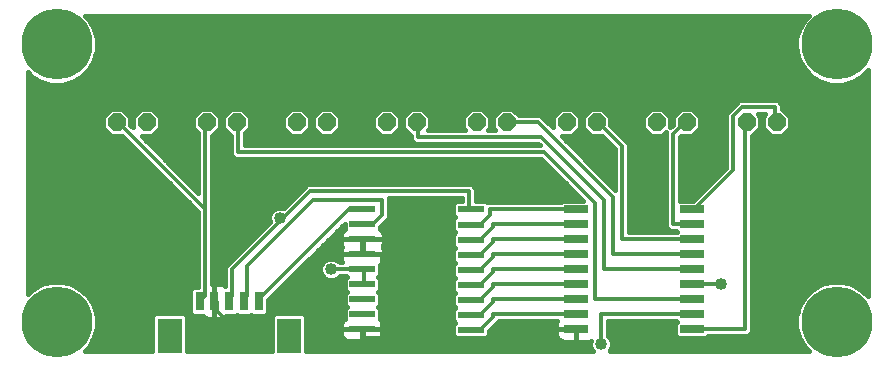
<source format=gtl>
G75*
%MOIN*%
%OFA0B0*%
%FSLAX24Y24*%
%IPPOS*%
%LPD*%
%AMOC8*
5,1,8,0,0,1.08239X$1,22.5*
%
%ADD10R,0.0800X0.0260*%
%ADD11OC8,0.0594*%
%ADD12R,0.0866X0.0236*%
%ADD13R,0.0315X0.0630*%
%ADD14R,0.0827X0.1181*%
%ADD15C,0.0160*%
%ADD16C,0.0140*%
%ADD17C,0.0400*%
%ADD18C,0.2362*%
D10*
X018750Y001180D03*
X018750Y001680D03*
X018750Y002180D03*
X018750Y002680D03*
X018750Y003180D03*
X018750Y003680D03*
X018750Y004180D03*
X018750Y004680D03*
X018750Y005180D03*
X022610Y005180D03*
X022610Y004680D03*
X022610Y004180D03*
X022610Y003680D03*
X022610Y003180D03*
X022610Y002680D03*
X022610Y002180D03*
X022610Y001680D03*
X022610Y001180D03*
D11*
X022430Y008080D03*
X021430Y008080D03*
X019430Y008080D03*
X018430Y008080D03*
X016430Y008080D03*
X015430Y008080D03*
X013430Y008080D03*
X012430Y008080D03*
X010430Y008080D03*
X009430Y008080D03*
X007430Y008080D03*
X006430Y008080D03*
X004430Y008080D03*
X003430Y008080D03*
X024430Y008080D03*
X025430Y008080D03*
D12*
X015241Y005180D03*
X015241Y004668D03*
X015241Y004156D03*
X015241Y003656D03*
X015241Y003156D03*
X015241Y002656D03*
X015241Y002156D03*
X015241Y001656D03*
X015241Y001156D03*
X011619Y001180D03*
X011619Y001680D03*
X011619Y002180D03*
X011619Y002680D03*
X011619Y003180D03*
X011619Y003680D03*
X011619Y004180D03*
X011619Y004680D03*
X011619Y005180D03*
D13*
X008164Y002113D03*
X007672Y002113D03*
X007180Y002113D03*
X006688Y002113D03*
X006196Y002113D03*
D14*
X005192Y000971D03*
X009168Y000971D03*
D15*
X002503Y000607D02*
X002357Y000460D01*
X004618Y000460D01*
X004618Y001628D01*
X004712Y001722D01*
X005671Y001722D01*
X005765Y001628D01*
X005765Y000460D01*
X008595Y000460D01*
X008595Y001628D01*
X008689Y001722D01*
X009648Y001722D01*
X009742Y001628D01*
X009742Y000460D01*
X019291Y000460D01*
X019275Y000476D01*
X019220Y000608D01*
X019220Y000752D01*
X019232Y000781D01*
X019232Y000781D01*
X019178Y000770D01*
X018750Y000770D01*
X018750Y001180D01*
X018750Y001180D01*
X018750Y001180D01*
X018070Y001180D01*
X018070Y001338D01*
X018081Y001392D01*
X018102Y001443D01*
X018107Y001450D01*
X016175Y001450D01*
X015834Y001109D01*
X015834Y000972D01*
X015740Y000878D01*
X014742Y000878D01*
X014648Y000972D01*
X014648Y001341D01*
X014714Y001406D01*
X014648Y001472D01*
X014648Y001841D01*
X014714Y001906D01*
X014648Y001972D01*
X014648Y002341D01*
X014714Y002406D01*
X014648Y002472D01*
X014648Y002841D01*
X014714Y002906D01*
X014648Y002972D01*
X014648Y003341D01*
X014714Y003406D01*
X014648Y003472D01*
X014648Y003841D01*
X014714Y003906D01*
X014648Y003972D01*
X014648Y004341D01*
X014719Y004412D01*
X014648Y004484D01*
X014648Y004853D01*
X014719Y004924D01*
X014648Y004996D01*
X014648Y005364D01*
X014742Y005458D01*
X014950Y005458D01*
X014950Y005550D01*
X012510Y005550D01*
X012510Y004885D01*
X012212Y004587D01*
X012212Y004528D01*
X012231Y004516D01*
X012270Y004477D01*
X012300Y004431D01*
X012321Y004380D01*
X012332Y004326D01*
X012332Y004180D01*
X011619Y004180D01*
X011619Y004180D01*
X012332Y004180D01*
X012332Y004034D01*
X012321Y003980D01*
X012300Y003930D01*
X012321Y003880D01*
X012332Y003826D01*
X012332Y003680D01*
X011619Y003680D01*
X011619Y003680D01*
X012332Y003680D01*
X012332Y003534D01*
X012321Y003480D01*
X012300Y003429D01*
X012270Y003383D01*
X012231Y003344D01*
X012212Y003332D01*
X012212Y002996D01*
X012146Y002930D01*
X012212Y002864D01*
X012212Y002496D01*
X012146Y002430D01*
X012212Y002364D01*
X012212Y001996D01*
X012146Y001930D01*
X012212Y001864D01*
X012212Y001528D01*
X012231Y001516D01*
X012270Y001477D01*
X012300Y001431D01*
X012321Y001380D01*
X012332Y001326D01*
X012332Y001180D01*
X011619Y001180D01*
X011619Y001180D01*
X012332Y001180D01*
X012332Y001034D01*
X012321Y000980D01*
X012300Y000929D01*
X012270Y000883D01*
X012231Y000844D01*
X012185Y000814D01*
X018199Y000814D01*
X018217Y000802D02*
X018268Y000781D01*
X018322Y000770D01*
X018750Y000770D01*
X018750Y001180D01*
X018070Y001180D01*
X018070Y001022D01*
X018081Y000968D01*
X018102Y000917D01*
X018133Y000872D01*
X018172Y000833D01*
X018217Y000802D01*
X018750Y000814D02*
X018750Y000814D01*
X018750Y000973D02*
X018750Y000973D01*
X018750Y001131D02*
X018750Y001131D01*
X018070Y001131D02*
X015856Y001131D01*
X015834Y000973D02*
X018080Y000973D01*
X018070Y001290D02*
X016015Y001290D01*
X016173Y001448D02*
X018105Y001448D01*
X019220Y000656D02*
X009742Y000656D01*
X009742Y000814D02*
X011053Y000814D01*
X011104Y000793D01*
X011158Y000782D01*
X011619Y000782D01*
X012080Y000782D01*
X012134Y000793D01*
X012185Y000814D01*
X012318Y000973D02*
X014648Y000973D01*
X014648Y001131D02*
X012332Y001131D01*
X012332Y001290D02*
X014648Y001290D01*
X014672Y001448D02*
X012289Y001448D01*
X012212Y001607D02*
X014648Y001607D01*
X014648Y001765D02*
X012212Y001765D01*
X012153Y001924D02*
X014696Y001924D01*
X014648Y002082D02*
X012212Y002082D01*
X012212Y002241D02*
X014648Y002241D01*
X014706Y002399D02*
X012177Y002399D01*
X012212Y002558D02*
X014648Y002558D01*
X014648Y002716D02*
X012212Y002716D01*
X012202Y002875D02*
X014682Y002875D01*
X014648Y003033D02*
X012212Y003033D01*
X012212Y003192D02*
X014648Y003192D01*
X014657Y003350D02*
X012236Y003350D01*
X012327Y003509D02*
X014648Y003509D01*
X014648Y003667D02*
X012332Y003667D01*
X012332Y003826D02*
X014648Y003826D01*
X014648Y003984D02*
X012322Y003984D01*
X012332Y004143D02*
X014648Y004143D01*
X014648Y004301D02*
X012332Y004301D01*
X012281Y004460D02*
X014672Y004460D01*
X014648Y004618D02*
X012243Y004618D01*
X012402Y004777D02*
X014648Y004777D01*
X014709Y004935D02*
X012510Y004935D01*
X012510Y005094D02*
X014648Y005094D01*
X014648Y005252D02*
X012510Y005252D01*
X012510Y005411D02*
X014694Y005411D01*
X015410Y005458D02*
X015410Y005875D01*
X015275Y006010D01*
X009785Y006010D01*
X009650Y005875D01*
X008996Y005222D01*
X008952Y005240D01*
X008808Y005240D01*
X008676Y005185D01*
X008575Y005084D01*
X008520Y004952D01*
X008520Y004808D01*
X008538Y004764D01*
X007050Y003275D01*
X007050Y002619D01*
X007024Y002646D01*
X006978Y002676D01*
X006927Y002697D01*
X006873Y002708D01*
X006688Y002708D01*
X006688Y002113D01*
X006688Y001518D01*
X006873Y001518D01*
X006927Y001529D01*
X006978Y001550D01*
X007024Y001581D01*
X007063Y001620D01*
X007075Y001638D01*
X007404Y001638D01*
X007426Y001660D01*
X007448Y001638D01*
X007896Y001638D01*
X007918Y001660D01*
X007940Y001638D01*
X008388Y001638D01*
X008482Y001732D01*
X008482Y002156D01*
X011026Y004701D01*
X011026Y004528D01*
X011007Y004516D01*
X010968Y004477D01*
X010938Y004431D01*
X010917Y004380D01*
X010906Y004326D01*
X010906Y004180D01*
X010906Y004034D01*
X010917Y003980D01*
X010937Y003930D01*
X010917Y003880D01*
X010906Y003826D01*
X010906Y003680D01*
X010906Y003534D01*
X010917Y003480D01*
X010938Y003429D01*
X010951Y003410D01*
X010859Y003410D01*
X010784Y003485D01*
X010652Y003540D01*
X010508Y003540D01*
X010376Y003485D01*
X010275Y003384D01*
X010220Y003252D01*
X010220Y003108D01*
X010275Y002976D01*
X010376Y002875D01*
X010508Y002820D01*
X010652Y002820D01*
X010784Y002875D01*
X010859Y002950D01*
X011072Y002950D01*
X011092Y002930D01*
X011026Y002864D01*
X011026Y002496D01*
X011092Y002430D01*
X011026Y002364D01*
X011026Y001996D01*
X011092Y001930D01*
X011026Y001864D01*
X011026Y001528D01*
X011007Y001516D01*
X010968Y001477D01*
X010938Y001431D01*
X010917Y001380D01*
X010906Y001326D01*
X010906Y001180D01*
X010906Y001034D01*
X010917Y000980D01*
X010938Y000929D01*
X010968Y000883D01*
X011007Y000844D01*
X011053Y000814D01*
X010920Y000973D02*
X009742Y000973D01*
X009742Y001131D02*
X010906Y001131D01*
X010906Y001180D02*
X011619Y001180D01*
X011619Y000782D01*
X011619Y001180D01*
X011619Y001180D01*
X011619Y001180D01*
X010906Y001180D01*
X010906Y001290D02*
X009742Y001290D01*
X009742Y001448D02*
X010949Y001448D01*
X011026Y001607D02*
X009742Y001607D01*
X008595Y001607D02*
X007050Y001607D01*
X006688Y001607D02*
X006688Y001607D01*
X006688Y001518D02*
X006503Y001518D01*
X006449Y001529D01*
X006398Y001550D01*
X006352Y001581D01*
X006313Y001620D01*
X006301Y001638D01*
X005972Y001638D01*
X005878Y001732D01*
X005878Y002494D01*
X005972Y002588D01*
X006150Y002588D01*
X006150Y005085D01*
X003612Y007623D01*
X003241Y007623D01*
X002973Y007891D01*
X002973Y008269D01*
X003241Y008537D01*
X003619Y008537D01*
X003887Y008269D01*
X003887Y007998D01*
X003973Y007912D01*
X003973Y008269D01*
X004241Y008537D01*
X004619Y008537D01*
X004887Y008269D01*
X004887Y007891D01*
X004619Y007623D01*
X004262Y007623D01*
X006150Y005735D01*
X006150Y007714D01*
X005973Y007891D01*
X005973Y008269D01*
X006241Y008537D01*
X006619Y008537D01*
X006887Y008269D01*
X006887Y007891D01*
X006619Y007623D01*
X006610Y007623D01*
X006610Y002708D01*
X006688Y002708D01*
X006688Y002113D01*
X006688Y002113D01*
X006688Y001518D01*
X006688Y001765D02*
X006688Y001765D01*
X006688Y001924D02*
X006688Y001924D01*
X006688Y002082D02*
X006688Y002082D01*
X006688Y002113D02*
X006688Y002113D01*
X006688Y002241D02*
X006688Y002241D01*
X006688Y002399D02*
X006688Y002399D01*
X006688Y002558D02*
X006688Y002558D01*
X006610Y002716D02*
X007050Y002716D01*
X007050Y002875D02*
X006610Y002875D01*
X006150Y002875D02*
X000460Y002875D01*
X000460Y002716D02*
X001048Y002716D01*
X000912Y002680D02*
X000607Y002503D01*
X000460Y002357D01*
X000460Y009753D01*
X000607Y009607D01*
X000912Y009430D01*
X001253Y009339D01*
X001607Y009339D01*
X001948Y009430D01*
X002253Y009607D01*
X002503Y009857D01*
X002680Y010162D01*
X002771Y010503D01*
X002771Y010857D01*
X002680Y011198D01*
X002503Y011503D01*
X002370Y011636D01*
X026490Y011636D01*
X026357Y011503D01*
X026180Y011198D01*
X026089Y010857D01*
X026089Y010503D01*
X026180Y010162D01*
X026357Y009857D01*
X026607Y009607D01*
X026912Y009430D01*
X027253Y009339D01*
X027607Y009339D01*
X027948Y009430D01*
X028253Y009607D01*
X028461Y009814D01*
X028461Y002296D01*
X028253Y002503D01*
X027948Y002680D01*
X027607Y002771D01*
X027253Y002771D01*
X026912Y002680D01*
X026607Y002503D01*
X026357Y002253D01*
X026180Y001948D01*
X026089Y001607D01*
X026089Y001253D01*
X026180Y000912D01*
X026357Y000607D01*
X026503Y000460D01*
X019869Y000460D01*
X019885Y000476D01*
X019940Y000608D01*
X019940Y000752D01*
X019885Y000884D01*
X019810Y000959D01*
X019810Y001450D01*
X022084Y001450D01*
X022104Y001430D01*
X022050Y001376D01*
X022050Y000984D01*
X022144Y000890D01*
X023076Y000890D01*
X023136Y000950D01*
X024475Y000950D01*
X024610Y001085D01*
X024610Y007623D01*
X024619Y007623D01*
X024887Y007891D01*
X024887Y008269D01*
X024806Y008350D01*
X025054Y008350D01*
X024973Y008269D01*
X024973Y007891D01*
X025241Y007623D01*
X025619Y007623D01*
X025887Y007891D01*
X025887Y008269D01*
X025619Y008537D01*
X025610Y008537D01*
X025610Y008675D01*
X025475Y008810D01*
X024185Y008810D01*
X024050Y008675D01*
X023750Y008375D01*
X023750Y006575D01*
X022645Y005470D01*
X022210Y005470D01*
X022210Y007585D01*
X022248Y007623D01*
X022619Y007623D01*
X022887Y007891D01*
X022887Y008269D01*
X022619Y008537D01*
X022241Y008537D01*
X021973Y008269D01*
X021973Y007998D01*
X021887Y007912D01*
X021887Y008269D01*
X021619Y008537D01*
X021241Y008537D01*
X020973Y008269D01*
X020973Y007891D01*
X021241Y007623D01*
X021619Y007623D01*
X021750Y007754D01*
X021750Y004585D01*
X021885Y004450D01*
X022084Y004450D01*
X022104Y004430D01*
X022084Y004410D01*
X020510Y004410D01*
X020510Y007375D01*
X019887Y007998D01*
X019887Y008269D01*
X019619Y008537D01*
X019241Y008537D01*
X018973Y008269D01*
X018973Y007891D01*
X019241Y007623D01*
X019612Y007623D01*
X020050Y007185D01*
X020050Y005835D01*
X018262Y007623D01*
X018619Y007623D01*
X018887Y007891D01*
X018887Y008269D01*
X018619Y008537D01*
X018241Y008537D01*
X017973Y008269D01*
X017973Y007912D01*
X017710Y008175D01*
X017575Y008310D01*
X016846Y008310D01*
X016619Y008537D01*
X016241Y008537D01*
X015973Y008269D01*
X015973Y007891D01*
X016054Y007810D01*
X015806Y007810D01*
X015887Y007891D01*
X015887Y008269D01*
X015619Y008537D01*
X015241Y008537D01*
X014973Y008269D01*
X014973Y007891D01*
X015054Y007810D01*
X013806Y007810D01*
X013887Y007891D01*
X013887Y008269D01*
X013619Y008537D01*
X013241Y008537D01*
X012973Y008269D01*
X012973Y007891D01*
X013241Y007623D01*
X013250Y007623D01*
X013250Y007485D01*
X013385Y007350D01*
X017485Y007350D01*
X017525Y007310D01*
X007710Y007310D01*
X007710Y007714D01*
X007887Y007891D01*
X007887Y008269D01*
X007619Y008537D01*
X007241Y008537D01*
X006973Y008269D01*
X006973Y007891D01*
X007241Y007623D01*
X007250Y007623D01*
X007250Y006985D01*
X007385Y006850D01*
X017585Y006850D01*
X018965Y005470D01*
X018284Y005470D01*
X018224Y005410D01*
X015788Y005410D01*
X015740Y005458D01*
X015410Y005458D01*
X015410Y005569D02*
X018866Y005569D01*
X018707Y005728D02*
X015410Y005728D01*
X015399Y005886D02*
X018549Y005886D01*
X018390Y006045D02*
X006610Y006045D01*
X006610Y005886D02*
X009661Y005886D01*
X009502Y005728D02*
X006610Y005728D01*
X006150Y005886D02*
X005999Y005886D01*
X006150Y006045D02*
X005841Y006045D01*
X005682Y006203D02*
X006150Y006203D01*
X006150Y006362D02*
X005524Y006362D01*
X005365Y006520D02*
X006150Y006520D01*
X006610Y006520D02*
X017915Y006520D01*
X018073Y006362D02*
X006610Y006362D01*
X006610Y006203D02*
X018232Y006203D01*
X017756Y006679D02*
X006610Y006679D01*
X006610Y006837D02*
X017598Y006837D01*
X017522Y007313D02*
X007710Y007313D01*
X007710Y007471D02*
X013264Y007471D01*
X013234Y007630D02*
X012626Y007630D01*
X012619Y007623D02*
X012887Y007891D01*
X012887Y008269D01*
X012619Y008537D01*
X012241Y008537D01*
X011973Y008269D01*
X011973Y007891D01*
X012241Y007623D01*
X012619Y007623D01*
X012234Y007630D02*
X010626Y007630D01*
X010619Y007623D02*
X010887Y007891D01*
X010887Y008269D01*
X010619Y008537D01*
X010241Y008537D01*
X009973Y008269D01*
X009973Y007891D01*
X010241Y007623D01*
X010619Y007623D01*
X010234Y007630D02*
X009626Y007630D01*
X009619Y007623D02*
X009887Y007891D01*
X009887Y008269D01*
X009619Y008537D01*
X009241Y008537D01*
X008973Y008269D01*
X008973Y007891D01*
X009241Y007623D01*
X009619Y007623D01*
X009784Y007788D02*
X010076Y007788D01*
X009973Y007947D02*
X009887Y007947D01*
X009887Y008105D02*
X009973Y008105D01*
X009973Y008264D02*
X009887Y008264D01*
X009734Y008422D02*
X010126Y008422D01*
X010734Y008422D02*
X012126Y008422D01*
X011973Y008264D02*
X010887Y008264D01*
X010887Y008105D02*
X011973Y008105D01*
X011973Y007947D02*
X010887Y007947D01*
X010784Y007788D02*
X012076Y007788D01*
X012784Y007788D02*
X013076Y007788D01*
X012973Y007947D02*
X012887Y007947D01*
X012887Y008105D02*
X012973Y008105D01*
X012973Y008264D02*
X012887Y008264D01*
X012734Y008422D02*
X013126Y008422D01*
X013734Y008422D02*
X015126Y008422D01*
X014973Y008264D02*
X013887Y008264D01*
X013887Y008105D02*
X014973Y008105D01*
X014973Y007947D02*
X013887Y007947D01*
X015734Y008422D02*
X016126Y008422D01*
X015973Y008264D02*
X015887Y008264D01*
X015887Y008105D02*
X015973Y008105D01*
X015973Y007947D02*
X015887Y007947D01*
X016734Y008422D02*
X018126Y008422D01*
X017973Y008264D02*
X017622Y008264D01*
X017780Y008105D02*
X017973Y008105D01*
X017973Y007947D02*
X017939Y007947D01*
X018626Y007630D02*
X019234Y007630D01*
X019076Y007788D02*
X018784Y007788D01*
X018887Y007947D02*
X018973Y007947D01*
X018973Y008105D02*
X018887Y008105D01*
X018887Y008264D02*
X018973Y008264D01*
X019126Y008422D02*
X018734Y008422D01*
X019734Y008422D02*
X021126Y008422D01*
X020973Y008264D02*
X019887Y008264D01*
X019887Y008105D02*
X020973Y008105D01*
X020973Y007947D02*
X019939Y007947D01*
X020097Y007788D02*
X021076Y007788D01*
X021234Y007630D02*
X020256Y007630D01*
X020414Y007471D02*
X021750Y007471D01*
X021750Y007313D02*
X020510Y007313D01*
X020510Y007154D02*
X021750Y007154D01*
X021750Y006996D02*
X020510Y006996D01*
X020510Y006837D02*
X021750Y006837D01*
X021750Y006679D02*
X020510Y006679D01*
X020510Y006520D02*
X021750Y006520D01*
X021750Y006362D02*
X020510Y006362D01*
X020510Y006203D02*
X021750Y006203D01*
X022210Y006203D02*
X023378Y006203D01*
X023536Y006362D02*
X022210Y006362D01*
X022210Y006520D02*
X023695Y006520D01*
X023750Y006679D02*
X022210Y006679D01*
X022210Y006837D02*
X023750Y006837D01*
X023750Y006996D02*
X022210Y006996D01*
X022210Y007154D02*
X023750Y007154D01*
X023750Y007313D02*
X022210Y007313D01*
X022210Y007471D02*
X023750Y007471D01*
X023750Y007630D02*
X022626Y007630D01*
X022784Y007788D02*
X023750Y007788D01*
X023750Y007947D02*
X022887Y007947D01*
X022887Y008105D02*
X023750Y008105D01*
X023750Y008264D02*
X022887Y008264D01*
X022734Y008422D02*
X023797Y008422D01*
X023955Y008581D02*
X000460Y008581D01*
X000460Y008422D02*
X003126Y008422D01*
X002973Y008264D02*
X000460Y008264D01*
X000460Y008105D02*
X002973Y008105D01*
X002973Y007947D02*
X000460Y007947D01*
X000460Y007788D02*
X003076Y007788D01*
X003234Y007630D02*
X000460Y007630D01*
X000460Y007471D02*
X003764Y007471D01*
X003922Y007313D02*
X000460Y007313D01*
X000460Y007154D02*
X004081Y007154D01*
X004239Y006996D02*
X000460Y006996D01*
X000460Y006837D02*
X004398Y006837D01*
X004556Y006679D02*
X000460Y006679D01*
X000460Y006520D02*
X004715Y006520D01*
X004873Y006362D02*
X000460Y006362D01*
X000460Y006203D02*
X005032Y006203D01*
X005190Y006045D02*
X000460Y006045D01*
X000460Y005886D02*
X005349Y005886D01*
X005507Y005728D02*
X000460Y005728D01*
X000460Y005569D02*
X005666Y005569D01*
X005824Y005411D02*
X000460Y005411D01*
X000460Y005252D02*
X005983Y005252D01*
X006141Y005094D02*
X000460Y005094D01*
X000460Y004935D02*
X006150Y004935D01*
X006150Y004777D02*
X000460Y004777D01*
X000460Y004618D02*
X006150Y004618D01*
X006610Y004618D02*
X008393Y004618D01*
X008533Y004777D02*
X006610Y004777D01*
X006610Y004935D02*
X008520Y004935D01*
X008584Y005094D02*
X006610Y005094D01*
X006610Y005252D02*
X009027Y005252D01*
X009185Y005411D02*
X006610Y005411D01*
X006610Y005569D02*
X009344Y005569D01*
X010943Y004618D02*
X011026Y004618D01*
X010957Y004460D02*
X010785Y004460D01*
X010906Y004301D02*
X010626Y004301D01*
X010468Y004143D02*
X010906Y004143D01*
X010906Y004180D02*
X011619Y004180D01*
X011619Y003680D01*
X011619Y003680D01*
X011619Y004078D01*
X011619Y004180D01*
X011619Y004180D01*
X011619Y004180D01*
X010906Y004180D01*
X010916Y003984D02*
X010309Y003984D01*
X010151Y003826D02*
X010906Y003826D01*
X010906Y003680D02*
X011619Y003680D01*
X010906Y003680D01*
X010906Y003667D02*
X009992Y003667D01*
X009834Y003509D02*
X010432Y003509D01*
X010261Y003350D02*
X009675Y003350D01*
X009517Y003192D02*
X010220Y003192D01*
X010251Y003033D02*
X009358Y003033D01*
X009200Y002875D02*
X010377Y002875D01*
X010783Y002875D02*
X011036Y002875D01*
X011026Y002716D02*
X009041Y002716D01*
X008883Y002558D02*
X011026Y002558D01*
X011061Y002399D02*
X008724Y002399D01*
X008566Y002241D02*
X011026Y002241D01*
X011026Y002082D02*
X008482Y002082D01*
X008482Y001924D02*
X011085Y001924D01*
X011026Y001765D02*
X008482Y001765D01*
X008595Y001448D02*
X005765Y001448D01*
X005765Y001290D02*
X008595Y001290D01*
X008595Y001131D02*
X005765Y001131D01*
X005765Y000973D02*
X008595Y000973D01*
X008595Y000814D02*
X005765Y000814D01*
X005765Y000656D02*
X008595Y000656D01*
X008595Y000497D02*
X005765Y000497D01*
X004618Y000497D02*
X002394Y000497D01*
X002503Y000607D02*
X002680Y000912D01*
X002771Y001253D01*
X002771Y001607D01*
X002680Y001948D01*
X002503Y002253D01*
X002253Y002503D01*
X001948Y002680D01*
X001607Y002771D01*
X001253Y002771D01*
X000912Y002680D01*
X000701Y002558D02*
X000460Y002558D01*
X000460Y002399D02*
X000502Y002399D01*
X001812Y002716D02*
X006150Y002716D01*
X005941Y002558D02*
X002159Y002558D01*
X002358Y002399D02*
X005878Y002399D01*
X005878Y002241D02*
X002511Y002241D01*
X002602Y002082D02*
X005878Y002082D01*
X005878Y001924D02*
X002686Y001924D01*
X002729Y001765D02*
X005878Y001765D01*
X005765Y001607D02*
X006326Y001607D01*
X004618Y001607D02*
X002771Y001607D01*
X002771Y001448D02*
X004618Y001448D01*
X004618Y001290D02*
X002771Y001290D01*
X002738Y001131D02*
X004618Y001131D01*
X004618Y000973D02*
X002696Y000973D01*
X002623Y000814D02*
X004618Y000814D01*
X004618Y000656D02*
X002531Y000656D01*
X000460Y003033D02*
X006150Y003033D01*
X006150Y003192D02*
X000460Y003192D01*
X000460Y003350D02*
X006150Y003350D01*
X006150Y003509D02*
X000460Y003509D01*
X000460Y003667D02*
X006150Y003667D01*
X006150Y003826D02*
X000460Y003826D01*
X000460Y003984D02*
X006150Y003984D01*
X006610Y003984D02*
X007759Y003984D01*
X007600Y003826D02*
X006610Y003826D01*
X006610Y003667D02*
X007442Y003667D01*
X007283Y003509D02*
X006610Y003509D01*
X006610Y003350D02*
X007125Y003350D01*
X007050Y003192D02*
X006610Y003192D01*
X006610Y003033D02*
X007050Y003033D01*
X006610Y004143D02*
X007917Y004143D01*
X008076Y004301D02*
X006610Y004301D01*
X006610Y004460D02*
X008234Y004460D01*
X006150Y004460D02*
X000460Y004460D01*
X000460Y004301D02*
X006150Y004301D01*
X006150Y004143D02*
X000460Y004143D01*
X005207Y006679D02*
X006150Y006679D01*
X006150Y006837D02*
X005048Y006837D01*
X004890Y006996D02*
X006150Y006996D01*
X006150Y007154D02*
X004731Y007154D01*
X004573Y007313D02*
X006150Y007313D01*
X006150Y007471D02*
X004414Y007471D01*
X004626Y007630D02*
X006150Y007630D01*
X006626Y007630D02*
X007234Y007630D01*
X007250Y007471D02*
X006610Y007471D01*
X006610Y007313D02*
X007250Y007313D01*
X007250Y007154D02*
X006610Y007154D01*
X006610Y006996D02*
X007250Y006996D01*
X007710Y007630D02*
X009234Y007630D01*
X009076Y007788D02*
X007784Y007788D01*
X007887Y007947D02*
X008973Y007947D01*
X008973Y008105D02*
X007887Y008105D01*
X007887Y008264D02*
X008973Y008264D01*
X009126Y008422D02*
X007734Y008422D01*
X007126Y008422D02*
X006734Y008422D01*
X006887Y008264D02*
X006973Y008264D01*
X006973Y008105D02*
X006887Y008105D01*
X006887Y007947D02*
X006973Y007947D01*
X007076Y007788D02*
X006784Y007788D01*
X006076Y007788D02*
X004784Y007788D01*
X004887Y007947D02*
X005973Y007947D01*
X005973Y008105D02*
X004887Y008105D01*
X004887Y008264D02*
X005973Y008264D01*
X006126Y008422D02*
X004734Y008422D01*
X004126Y008422D02*
X003734Y008422D01*
X003887Y008264D02*
X003973Y008264D01*
X003973Y008105D02*
X003887Y008105D01*
X003939Y007947D02*
X003973Y007947D01*
X001734Y009373D02*
X027126Y009373D01*
X026737Y009532D02*
X002123Y009532D01*
X002337Y009690D02*
X026523Y009690D01*
X026365Y009849D02*
X002495Y009849D01*
X002590Y010007D02*
X026270Y010007D01*
X026179Y010166D02*
X002681Y010166D01*
X002723Y010324D02*
X026137Y010324D01*
X026095Y010483D02*
X002765Y010483D01*
X002771Y010641D02*
X026089Y010641D01*
X026089Y010800D02*
X002771Y010800D01*
X002744Y010958D02*
X026116Y010958D01*
X026159Y011117D02*
X002701Y011117D01*
X002635Y011275D02*
X026225Y011275D01*
X026316Y011434D02*
X002544Y011434D01*
X002415Y011592D02*
X026445Y011592D01*
X028337Y009690D02*
X028461Y009690D01*
X028461Y009532D02*
X028123Y009532D01*
X028461Y009373D02*
X027734Y009373D01*
X028461Y009215D02*
X000460Y009215D01*
X000460Y009056D02*
X028461Y009056D01*
X028461Y008898D02*
X000460Y008898D01*
X000460Y008739D02*
X024114Y008739D01*
X024887Y008264D02*
X024973Y008264D01*
X024973Y008105D02*
X024887Y008105D01*
X024887Y007947D02*
X024973Y007947D01*
X025076Y007788D02*
X024784Y007788D01*
X024626Y007630D02*
X025234Y007630D01*
X025626Y007630D02*
X028461Y007630D01*
X028461Y007471D02*
X024610Y007471D01*
X024610Y007313D02*
X028461Y007313D01*
X028461Y007154D02*
X024610Y007154D01*
X024610Y006996D02*
X028461Y006996D01*
X028461Y006837D02*
X024610Y006837D01*
X024610Y006679D02*
X028461Y006679D01*
X028461Y006520D02*
X024610Y006520D01*
X024610Y006362D02*
X028461Y006362D01*
X028461Y006203D02*
X024610Y006203D01*
X024610Y006045D02*
X028461Y006045D01*
X028461Y005886D02*
X024610Y005886D01*
X024610Y005728D02*
X028461Y005728D01*
X028461Y005569D02*
X024610Y005569D01*
X024610Y005411D02*
X028461Y005411D01*
X028461Y005252D02*
X024610Y005252D01*
X024610Y005094D02*
X028461Y005094D01*
X028461Y004935D02*
X024610Y004935D01*
X024610Y004777D02*
X028461Y004777D01*
X028461Y004618D02*
X024610Y004618D01*
X024610Y004460D02*
X028461Y004460D01*
X028461Y004301D02*
X024610Y004301D01*
X024610Y004143D02*
X028461Y004143D01*
X028461Y003984D02*
X024610Y003984D01*
X024610Y003826D02*
X028461Y003826D01*
X028461Y003667D02*
X024610Y003667D01*
X024610Y003509D02*
X028461Y003509D01*
X028461Y003350D02*
X024610Y003350D01*
X024610Y003192D02*
X028461Y003192D01*
X028461Y003033D02*
X024610Y003033D01*
X024610Y002875D02*
X028461Y002875D01*
X028461Y002716D02*
X027812Y002716D01*
X028159Y002558D02*
X028461Y002558D01*
X028461Y002399D02*
X028358Y002399D01*
X027048Y002716D02*
X024610Y002716D01*
X024610Y002558D02*
X026701Y002558D01*
X026502Y002399D02*
X024610Y002399D01*
X024610Y002241D02*
X026349Y002241D01*
X026258Y002082D02*
X024610Y002082D01*
X024610Y001924D02*
X026174Y001924D01*
X026131Y001765D02*
X024610Y001765D01*
X024610Y001607D02*
X026089Y001607D01*
X026089Y001448D02*
X024610Y001448D01*
X024610Y001290D02*
X026089Y001290D01*
X026122Y001131D02*
X024610Y001131D01*
X024498Y000973D02*
X026164Y000973D01*
X026237Y000814D02*
X019914Y000814D01*
X019940Y000656D02*
X026329Y000656D01*
X026466Y000497D02*
X019894Y000497D01*
X019266Y000497D02*
X009742Y000497D01*
X011619Y000814D02*
X011619Y000814D01*
X011619Y000973D02*
X011619Y000973D01*
X011619Y001131D02*
X011619Y001131D01*
X010911Y003509D02*
X010728Y003509D01*
X011619Y003680D02*
X011619Y003680D01*
X011619Y003826D02*
X011619Y003826D01*
X011619Y003984D02*
X011619Y003984D01*
X011619Y004143D02*
X011619Y004143D01*
X015788Y005411D02*
X018224Y005411D01*
X019841Y006045D02*
X020050Y006045D01*
X020050Y005886D02*
X019999Y005886D01*
X020510Y005886D02*
X021750Y005886D01*
X021750Y005728D02*
X020510Y005728D01*
X020510Y005569D02*
X021750Y005569D01*
X021750Y005411D02*
X020510Y005411D01*
X020510Y005252D02*
X021750Y005252D01*
X021750Y005094D02*
X020510Y005094D01*
X020510Y004935D02*
X021750Y004935D01*
X021750Y004777D02*
X020510Y004777D01*
X020510Y004618D02*
X021750Y004618D01*
X021875Y004460D02*
X020510Y004460D01*
X022210Y005569D02*
X022744Y005569D01*
X022902Y005728D02*
X022210Y005728D01*
X022210Y005886D02*
X023061Y005886D01*
X023219Y006045D02*
X022210Y006045D01*
X021750Y006045D02*
X020510Y006045D01*
X020050Y006203D02*
X019682Y006203D01*
X019524Y006362D02*
X020050Y006362D01*
X020050Y006520D02*
X019365Y006520D01*
X019207Y006679D02*
X020050Y006679D01*
X020050Y006837D02*
X019048Y006837D01*
X018890Y006996D02*
X020050Y006996D01*
X020050Y007154D02*
X018731Y007154D01*
X018573Y007313D02*
X019922Y007313D01*
X019764Y007471D02*
X018414Y007471D01*
X021626Y007630D02*
X021750Y007630D01*
X021887Y007947D02*
X021921Y007947D01*
X021887Y008105D02*
X021973Y008105D01*
X021973Y008264D02*
X021887Y008264D01*
X021734Y008422D02*
X022126Y008422D01*
X025546Y008739D02*
X028461Y008739D01*
X028461Y008581D02*
X025610Y008581D01*
X025734Y008422D02*
X028461Y008422D01*
X028461Y008264D02*
X025887Y008264D01*
X025887Y008105D02*
X028461Y008105D01*
X028461Y007947D02*
X025887Y007947D01*
X025784Y007788D02*
X028461Y007788D01*
X022086Y001448D02*
X019810Y001448D01*
X019810Y001290D02*
X022050Y001290D01*
X022050Y001131D02*
X019810Y001131D01*
X019810Y000973D02*
X022061Y000973D01*
X001126Y009373D02*
X000460Y009373D01*
X000460Y009532D02*
X000737Y009532D01*
X000523Y009690D02*
X000460Y009690D01*
D16*
X003430Y008080D02*
X003480Y008080D01*
X006380Y005180D01*
X006380Y002280D01*
X006280Y002180D01*
X006196Y002113D01*
X006688Y002113D02*
X006780Y002080D01*
X006780Y001780D01*
X006980Y001580D01*
X008580Y001580D01*
X008580Y001680D01*
X010580Y003680D01*
X011619Y003680D01*
X011680Y003680D01*
X012280Y003680D01*
X012280Y000880D01*
X015780Y000880D01*
X015980Y001080D01*
X015980Y001180D01*
X018750Y001180D01*
X018750Y001680D02*
X015980Y001680D01*
X015980Y001580D01*
X015580Y001180D01*
X015280Y001180D01*
X015241Y001156D01*
X015241Y001656D02*
X015280Y001680D01*
X015580Y001680D01*
X015980Y002080D01*
X015980Y002180D01*
X018750Y002180D01*
X019380Y002180D02*
X019380Y005380D01*
X017680Y007080D01*
X007480Y007080D01*
X007480Y008080D01*
X007430Y008080D01*
X006430Y008080D02*
X006380Y008080D01*
X006380Y005180D01*
X008880Y004880D02*
X008980Y004880D01*
X007280Y003180D01*
X007280Y002280D01*
X007180Y002180D01*
X007180Y002113D01*
X007672Y002113D02*
X007680Y002180D01*
X007780Y002280D01*
X007780Y003280D01*
X009980Y005480D01*
X012280Y005480D01*
X012280Y004980D01*
X011980Y004680D01*
X011619Y004680D01*
X011619Y005180D02*
X011180Y005180D01*
X008180Y002180D01*
X008164Y002113D01*
X010580Y003180D02*
X011619Y003180D01*
X011680Y003180D01*
X011680Y002680D01*
X011619Y002680D01*
X011680Y003680D02*
X011680Y004180D01*
X011619Y004180D01*
X009880Y005780D02*
X008980Y004880D01*
X009880Y005780D02*
X015180Y005780D01*
X015180Y005180D01*
X015241Y005180D01*
X015580Y004680D02*
X015880Y004980D01*
X015880Y005180D01*
X018750Y005180D01*
X018750Y004680D02*
X015980Y004680D01*
X015980Y004580D01*
X015580Y004180D01*
X015280Y004180D01*
X015241Y004156D01*
X015580Y003680D02*
X015980Y004080D01*
X015980Y004180D01*
X018750Y004180D01*
X018750Y003680D02*
X015980Y003680D01*
X015980Y003580D01*
X015580Y003180D01*
X015280Y003180D01*
X015241Y003156D01*
X015580Y002680D02*
X015980Y003080D01*
X015980Y003180D01*
X018750Y003180D01*
X018750Y002680D02*
X015980Y002680D01*
X015980Y002580D01*
X015580Y002180D01*
X015280Y002180D01*
X015241Y002156D01*
X015241Y002656D02*
X015280Y002680D01*
X015580Y002680D01*
X015580Y003680D02*
X015280Y003680D01*
X015241Y003656D01*
X015241Y004668D02*
X015280Y004680D01*
X015580Y004680D01*
X017580Y007580D02*
X019680Y005480D01*
X019680Y003180D01*
X022610Y003180D01*
X022610Y002680D02*
X023580Y002680D01*
X022610Y002180D02*
X019380Y002180D01*
X019580Y001680D02*
X019580Y000680D01*
X019580Y001680D02*
X022610Y001680D01*
X022610Y001180D02*
X024380Y001180D01*
X024380Y008080D01*
X024430Y008080D01*
X023980Y008280D02*
X024280Y008580D01*
X025380Y008580D01*
X025380Y008080D01*
X025430Y008080D01*
X023980Y008280D02*
X023980Y006480D01*
X022680Y005180D01*
X022610Y005180D01*
X022610Y004680D02*
X021980Y004680D01*
X021980Y007680D01*
X022380Y008080D01*
X022430Y008080D01*
X020280Y007280D02*
X019480Y008080D01*
X019430Y008080D01*
X020280Y007280D02*
X020280Y004180D01*
X022610Y004180D01*
X022610Y003680D02*
X019980Y003680D01*
X019980Y005580D01*
X017480Y008080D01*
X016430Y008080D01*
X017580Y007580D02*
X013480Y007580D01*
X013480Y008080D01*
X013430Y008080D01*
X011680Y001180D02*
X011619Y001180D01*
X011680Y001180D02*
X011680Y000880D01*
X012280Y000880D01*
D17*
X010580Y003180D03*
X008880Y004880D03*
X019580Y000680D03*
X023580Y002680D03*
X026180Y004180D03*
D18*
X027430Y001430D03*
X027430Y010680D03*
X001430Y010680D03*
X001430Y001430D03*
M02*

</source>
